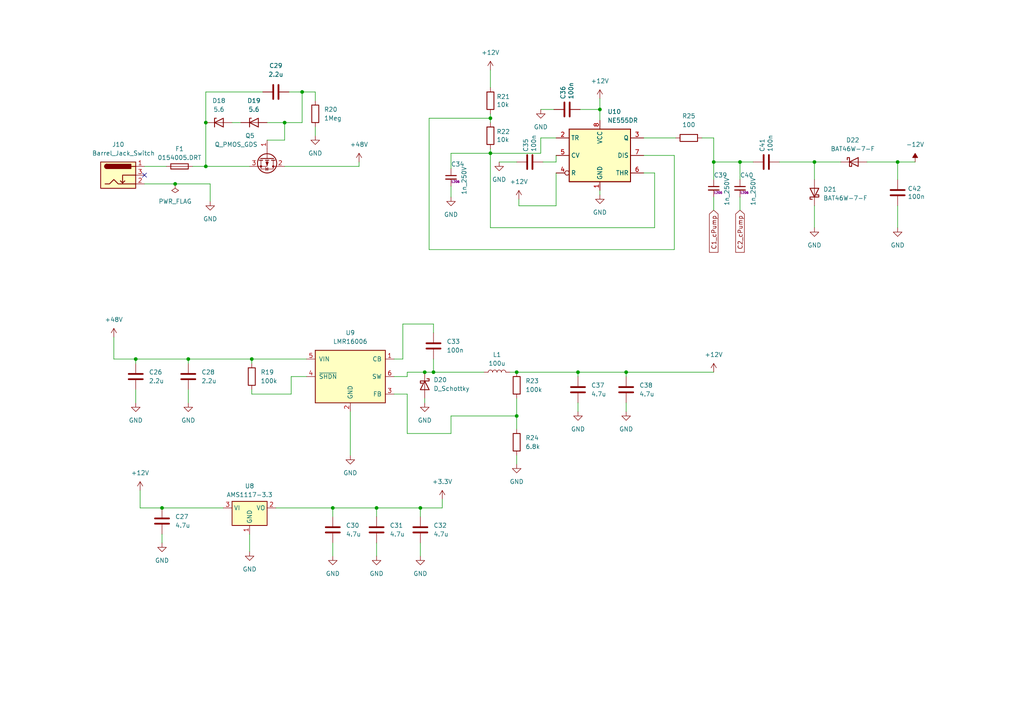
<source format=kicad_sch>
(kicad_sch (version 20231120) (generator "eeschema") (generator_version "8.0")
  (paper "A4")
  (lib_symbols
    (symbol "Connector:Barrel_Jack_Switch" (pin_names hide)
      (property "Reference" "J" (at 0 5.334 0))
      (property "Value" "Barrel_Jack_Switch" (at 0 -5.08 0))
      (symbol "Barrel_Jack_Switch_0_1"
        (rectangle (start -5.08 3.81) (end 5.08 -3.81) (stroke (width 0.254)) (fill (type background)))
        (arc (start -3.302 3.175) (mid -3.9343 2.54) (end -3.302 1.905) (stroke (width 0.254)))
        (arc (start -3.302 3.175) (mid -3.9343 2.54) (end -3.302 1.905) (stroke (width 0.254)) (fill (type outline)))
        (polyline (pts (xy 1.27 -2.286) (xy 1.905 -1.651)) (stroke (width 0.254)))
        (polyline (pts (xy 5.08 2.54) (xy 3.81 2.54)) (stroke (width 0.254)))
        (polyline (pts (xy 5.08 0) (xy 1.27 0) (xy 1.27 -2.286) (xy 0.635 -1.651)) (stroke (width 0.254)))
        (polyline (pts (xy -3.81 -2.54) (xy -2.54 -2.54) (xy -1.27 -1.27) (xy 0 -2.54) (xy 2.54 -2.54) (xy 5.08 -2.54)) (stroke (width 0.254)))
        (rectangle (start 3.683 3.175) (end -3.302 1.905) (stroke (width 0.254)) (fill (type outline)))
      )
      (symbol "Barrel_Jack_Switch_1_1"
        (pin passive line (at 7.62 2.54 180) (length 2.54) (name "~") (number "1"))
        (pin passive line (at 7.62 -2.54 180) (length 2.54) (name "~") (number "2"))
        (pin passive line (at 7.62 0 180) (length 2.54) (name "~") (number "3"))
      )
    )
    (symbol "DCI_BDCC01:1n_250V_C915351" (pin_numbers hide) (pin_names (offset 0.254) hide)
      (property "Reference" "C" (at 0.254 1.778 0))
      (property "Value" "1n_250V" (at 0.254 -2.032 0))
      (property "Size" "1206" (at 1.27 -1.27 0))
      (symbol "1n_250V_C915351_0_1"
        (polyline (pts (xy -1.524 -0.508) (xy 1.524 -0.508)) (stroke (width 0.3302)))
        (polyline (pts (xy -1.524 0.508) (xy 1.524 0.508)) (stroke (width 0.3048)))
      )
      (symbol "1n_250V_C915351_1_1"
        (pin passive line (at 0 2.54 270) (length 2.032) (name "~") (number "1"))
        (pin passive line (at 0 -2.54 90) (length 2.032) (name "~") (number "2"))
      )
    )
    (symbol "Device:C" (pin_numbers hide) (pin_names (offset 0.254))
      (property "Reference" "C" (at 0.635 2.54 0))
      (property "Value" "C" (at 0.635 -2.54 0))
      (symbol "C_0_1"
        (polyline (pts (xy -2.032 -0.762) (xy 2.032 -0.762)) (stroke (width 0.508)))
        (polyline (pts (xy -2.032 0.762) (xy 2.032 0.762)) (stroke (width 0.508)))
      )
      (symbol "C_1_1"
        (pin passive line (at 0 3.81 270) (length 2.794) (name "~") (number "1"))
        (pin passive line (at 0 -3.81 90) (length 2.794) (name "~") (number "2"))
      )
    )
    (symbol "Device:D_Schottky" (pin_numbers hide) (pin_names (offset 1.016) hide)
      (property "Reference" "D" (at 0 2.54 0))
      (property "Value" "D_Schottky" (at 0 -2.54 0))
      (symbol "D_Schottky_0_1"
        (polyline (pts (xy 1.27 0) (xy -1.27 0)))
        (polyline (pts (xy 1.27 1.27) (xy 1.27 -1.27) (xy -1.27 0) (xy 1.27 1.27)) (stroke (width 0.254)))
        (polyline (pts (xy -1.905 0.635) (xy -1.905 1.27) (xy -1.27 1.27) (xy -1.27 -1.27) (xy -0.635 -1.27) (xy -0.635 -0.635)) (stroke (width 0.254)))
      )
      (symbol "D_Schottky_1_1"
        (pin passive line (at -3.81 0 0) (length 2.54) (name "K") (number "1"))
        (pin passive line (at 3.81 0 180) (length 2.54) (name "A") (number "2"))
      )
    )
    (symbol "Device:D_Zener" (pin_numbers hide) (pin_names (offset 1.016) hide)
      (property "Reference" "D" (at 0 2.54 0))
      (property "Value" "D_Zener" (at 0 -2.54 0))
      (symbol "D_Zener_0_1"
        (polyline (pts (xy 1.27 0) (xy -1.27 0)))
        (polyline (pts (xy -1.27 -1.27) (xy -1.27 1.27) (xy -0.762 1.27)) (stroke (width 0.254)))
        (polyline (pts (xy 1.27 -1.27) (xy 1.27 1.27) (xy -1.27 0) (xy 1.27 -1.27)) (stroke (width 0.254)))
      )
      (symbol "D_Zener_1_1"
        (pin passive line (at -3.81 0 0) (length 2.54) (name "K") (number "1"))
        (pin passive line (at 3.81 0 180) (length 2.54) (name "A") (number "2"))
      )
    )
    (symbol "Device:Fuse" (pin_numbers hide) (pin_names (offset 0))
      (property "Reference" "F" (at 2.032 0 90))
      (property "Value" "Fuse" (at -1.905 0 90))
      (symbol "Fuse_0_1"
        (rectangle (start -0.762 -2.54) (end 0.762 2.54) (stroke (width 0.254)))
        (polyline (pts (xy 0 2.54) (xy 0 -2.54)))
      )
      (symbol "Fuse_1_1"
        (pin passive line (at 0 3.81 270) (length 1.27) (name "~") (number "1"))
        (pin passive line (at 0 -3.81 90) (length 1.27) (name "~") (number "2"))
      )
    )
    (symbol "Device:L" (pin_numbers hide) (pin_names (offset 1.016) hide)
      (property "Reference" "L" (at -1.27 0 90))
      (property "Value" "L" (at 1.905 0 90))
      (symbol "L_0_1"
        (arc (start 0 -2.54) (mid 0.6323 -1.905) (end 0 -1.27))
        (arc (start 0 -1.27) (mid 0.6323 -0.635) (end 0 0))
        (arc (start 0 0) (mid 0.6323 0.635) (end 0 1.27))
        (arc (start 0 1.27) (mid 0.6323 1.905) (end 0 2.54))
      )
      (symbol "L_1_1"
        (pin passive line (at 0 3.81 270) (length 1.27) (name "1") (number "1"))
        (pin passive line (at 0 -3.81 90) (length 1.27) (name "2") (number "2"))
      )
    )
    (symbol "Device:Q_PMOS_GDS" (pin_names (offset 0) hide)
      (property "Reference" "Q" (at 5.08 1.27 0))
      (property "Value" "Q_PMOS_GDS" (at 5.08 -1.27 0))
      (symbol "Q_PMOS_GDS_0_1"
        (polyline (pts (xy 0.254 0) (xy -2.54 0)))
        (polyline (pts (xy 0.254 1.905) (xy 0.254 -1.905)) (stroke (width 0.254)))
        (polyline (pts (xy 0.762 -1.27) (xy 0.762 -2.286)) (stroke (width 0.254)))
        (polyline (pts (xy 0.762 0.508) (xy 0.762 -0.508)) (stroke (width 0.254)))
        (polyline (pts (xy 0.762 2.286) (xy 0.762 1.27)) (stroke (width 0.254)))
        (polyline (pts (xy 2.54 2.54) (xy 2.54 1.778)))
        (polyline (pts (xy 2.54 -2.54) (xy 2.54 0) (xy 0.762 0)))
        (polyline (pts (xy 0.762 1.778) (xy 3.302 1.778) (xy 3.302 -1.778) (xy 0.762 -1.778)))
        (polyline (pts (xy 2.286 0) (xy 1.27 0.381) (xy 1.27 -0.381) (xy 2.286 0)) (fill (type outline)))
        (polyline (pts (xy 2.794 -0.508) (xy 2.921 -0.381) (xy 3.683 -0.381) (xy 3.81 -0.254)))
        (polyline (pts (xy 3.302 -0.381) (xy 2.921 0.254) (xy 3.683 0.254) (xy 3.302 -0.381)))
        (circle (center 1.651 0) (radius 2.794) (stroke (width 0.254)))
        (circle (center 2.54 -1.778) (radius 0.254) (fill (type outline)))
        (circle (center 2.54 1.778) (radius 0.254) (fill (type outline)))
      )
      (symbol "Q_PMOS_GDS_1_1"
        (pin input line (at -5.08 0 0) (length 2.54) (name "G") (number "1"))
        (pin passive line (at 2.54 5.08 270) (length 2.54) (name "D") (number "2"))
        (pin passive line (at 2.54 -5.08 90) (length 2.54) (name "S") (number "3"))
      )
    )
    (symbol "Device:R" (pin_numbers hide) (pin_names (offset 0))
      (property "Reference" "R" (at 2.032 0 90))
      (property "Value" "R" (at 0 0 90))
      (symbol "R_0_1"
        (rectangle (start -1.016 -2.54) (end 1.016 2.54) (stroke (width 0.254)))
      )
      (symbol "R_1_1"
        (pin passive line (at 0 3.81 270) (length 1.27) (name "~") (number "1"))
        (pin passive line (at 0 -3.81 90) (length 1.27) (name "~") (number "2"))
      )
    )
    (symbol "Regulator_Linear:AMS1117-3.3"
      (property "Reference" "U" (at -3.81 3.175 0))
      (property "Value" "AMS1117-3.3" (at 0 3.175 0))
      (symbol "AMS1117-3.3_0_1"
        (rectangle (start -5.08 -5.08) (end 5.08 1.905) (stroke (width 0.254)) (fill (type background)))
      )
      (symbol "AMS1117-3.3_1_1"
        (pin power_in line (at 0 -7.62 90) (length 2.54) (name "GND") (number "1"))
        (pin power_out line (at 7.62 0 180) (length 2.54) (name "VO") (number "2"))
        (pin power_in line (at -7.62 0 0) (length 2.54) (name "VI") (number "3"))
      )
    )
    (symbol "Regulator_Switching:LMR16006YQ" (pin_names (offset 1.016))
      (property "Reference" "U" (at -10.16 11.43 0))
      (property "Value" "LMR16006YQ" (at -10.16 8.89 0))
      (symbol "LMR16006YQ_0_1"
        (rectangle (start -10.16 7.62) (end 10.16 -7.62) (stroke (width 0.254)) (fill (type background)))
      )
      (symbol "LMR16006YQ_1_1"
        (pin input line (at 12.7 5.08 180) (length 2.54) (name "CB") (number "1"))
        (pin power_in line (at 0 -10.16 90) (length 2.54) (name "GND") (number "2"))
        (pin input line (at 12.7 -5.08 180) (length 2.54) (name "FB") (number "3"))
        (pin input line (at -12.7 0 0) (length 2.54) (name "~{SHDN}") (number "4"))
        (pin power_in line (at -12.7 5.08 0) (length 2.54) (name "VIN") (number "5"))
        (pin output line (at 12.7 0 180) (length 2.54) (name "SW") (number "6"))
      )
    )
    (symbol "Timer:NE555D"
      (property "Reference" "U" (at -10.16 8.89 0))
      (property "Value" "NE555D" (at 2.54 8.89 0))
      (symbol "NE555D_0_0"
        (pin power_in line (at 0 -10.16 90) (length 2.54) (name "GND") (number "1"))
        (pin power_in line (at 0 10.16 270) (length 2.54) (name "VCC") (number "8"))
      )
      (symbol "NE555D_0_1"
        (rectangle (start -8.89 -7.62) (end 8.89 7.62) (stroke (width 0.254)) (fill (type background)))
        (rectangle (start -8.89 -7.62) (end 8.89 7.62) (stroke (width 0.254)) (fill (type background)))
      )
      (symbol "NE555D_1_1"
        (pin input line (at -12.7 5.08 0) (length 3.81) (name "TR") (number "2"))
        (pin output line (at 12.7 5.08 180) (length 3.81) (name "Q") (number "3"))
        (pin input inverted (at -12.7 -5.08 0) (length 3.81) (name "R") (number "4"))
        (pin input line (at -12.7 0 0) (length 3.81) (name "CV") (number "5"))
        (pin input line (at 12.7 -5.08 180) (length 3.81) (name "THR") (number "6"))
        (pin input line (at 12.7 0 180) (length 3.81) (name "DIS") (number "7"))
      )
    )
    (symbol "power:+12V" (power) (pin_names (offset 0))
      (property "Value" "+12V" (at 0 3.556 0))
      (symbol "+12V_0_1"
        (polyline (pts (xy -0.762 1.27) (xy 0 2.54)))
        (polyline (pts (xy 0 0) (xy 0 2.54)))
        (polyline (pts (xy 0 2.54) (xy 0.762 1.27)))
      )
      (symbol "+12V_1_1"
        (pin power_in line (at 0 0 90) (length 0) hide (name "+12V") (number "1"))
      )
    )
    (symbol "power:+3.3V" (power) (pin_names (offset 0))
      (property "Value" "+3.3V" (at 0 3.556 0))
      (symbol "+3.3V_0_1"
        (polyline (pts (xy -0.762 1.27) (xy 0 2.54)))
        (polyline (pts (xy 0 0) (xy 0 2.54)))
        (polyline (pts (xy 0 2.54) (xy 0.762 1.27)))
      )
      (symbol "+3.3V_1_1"
        (pin power_in line (at 0 0 90) (length 0) hide (name "+3.3V") (number "1"))
      )
    )
    (symbol "power:+48V" (power) (pin_names (offset 0))
      (property "Value" "+48V" (at 0 3.556 0))
      (symbol "+48V_0_1"
        (polyline (pts (xy -0.762 1.27) (xy 0 2.54)))
        (polyline (pts (xy 0 0) (xy 0 2.54)))
        (polyline (pts (xy 0 2.54) (xy 0.762 1.27)))
      )
      (symbol "+48V_1_1"
        (pin power_in line (at 0 0 90) (length 0) hide (name "+48V") (number "1"))
      )
    )
    (symbol "power:-12V" (power) (pin_names (offset 0))
      (property "Value" "-12V" (at 0 3.81 0))
      (symbol "-12V_0_0"
        (pin power_in line (at 0 0 90) (length 0) hide (name "-12V") (number "1"))
      )
      (symbol "-12V_0_1"
        (polyline (pts (xy 0 0) (xy 0 1.27) (xy 0.762 1.27) (xy 0 2.54) (xy -0.762 1.27) (xy 0 1.27)) (fill (type outline)))
      )
    )
    (symbol "power:GND" (power) (pin_names (offset 0))
      (property "Value" "GND" (at 0 -3.81 0))
      (symbol "GND_0_1"
        (polyline (pts (xy 0 0) (xy 0 -1.27) (xy 1.27 -1.27) (xy 0 -2.54) (xy -1.27 -1.27) (xy 0 -1.27)))
      )
      (symbol "GND_1_1"
        (pin power_in line (at 0 0 270) (length 0) hide (name "GND") (number "1"))
      )
    )
    (symbol "power:PWR_FLAG" (power) (pin_numbers hide) (pin_names (offset 0) hide)
      (property "Value" "PWR_FLAG" (at 0 3.81 0))
      (symbol "PWR_FLAG_0_0"
        (pin power_out line (at 0 0 90) (length 0) (name "pwr") (number "1"))
      )
      (symbol "PWR_FLAG_0_1"
        (polyline (pts (xy 0 0) (xy 0 1.27) (xy -1.016 1.905) (xy 0 2.54) (xy 1.016 1.905) (xy 0 1.27)))
      )
    )
  )
  (junction (at 207.01 46.99))
  (junction (at 59.69 35.56))
  (junction (at 121.92 147.32))
  (junction (at 149.86 120.65))
  (junction (at 260.35 46.99))
  (junction (at 125.73 107.95))
  (junction (at 142.24 34.29))
  (junction (at 50.8 53.34))
  (junction (at 173.99 31.75))
  (junction (at 87.63 26.67))
  (junction (at 123.19 107.95))
  (junction (at 214.63 46.99))
  (junction (at 46.99 147.32))
  (junction (at 39.37 104.14))
  (junction (at 82.55 35.56))
  (junction (at 149.86 107.95))
  (junction (at 167.64 107.95))
  (junction (at 142.24 44.45))
  (junction (at 96.52 147.32))
  (junction (at 54.61 104.14))
  (junction (at 236.22 46.99))
  (junction (at 109.22 147.32))
  (junction (at 73.025 104.14))
  (junction (at 59.69 48.26))
  (junction (at 181.61 107.95))
  (no_connect (at 41.91 50.8))
  (wire (pts (xy 181.61 116.84) (xy 181.61 119.38)))
  (wire (pts (xy 77.47 40.64) (xy 82.55 40.64)))
  (wire (pts (xy 101.6 119.38) (xy 101.6 132.08)))
  (wire (pts (xy 125.73 107.95) (xy 140.335 107.95)))
  (wire (pts (xy 130.81 120.65) (xy 149.86 120.65)))
  (wire (pts (xy 260.35 59.69) (xy 260.35 66.04)))
  (wire (pts (xy 80.01 147.32) (xy 96.52 147.32)))
  (wire (pts (xy 109.22 147.32) (xy 109.22 149.86)))
  (wire (pts (xy 59.69 48.26) (xy 72.39 48.26)))
  (wire (pts (xy 39.37 113.03) (xy 39.37 116.84)))
  (wire (pts (xy 96.52 147.32) (xy 96.52 149.86)))
  (wire (pts (xy 54.61 104.14) (xy 39.37 104.14)))
  (wire (pts (xy 104.14 46.99) (xy 104.14 48.26)))
  (wire (pts (xy 173.99 31.75) (xy 173.99 34.925)))
  (wire (pts (xy 109.22 157.48) (xy 109.22 161.29)))
  (wire (pts (xy 186.69 40.005) (xy 195.9764 40.005)))
  (wire (pts (xy 236.22 46.99) (xy 236.22 52.07)))
  (wire (pts (xy 88.9 104.14) (xy 73.025 104.14)))
  (wire (pts (xy 142.24 34.29) (xy 142.24 35.56)))
  (wire (pts (xy 59.69 35.56) (xy 59.69 48.26)))
  (wire (pts (xy 186.69 45.085) (xy 195.58 45.085)))
  (wire (pts (xy 67.31 35.56) (xy 69.85 35.56)))
  (wire (pts (xy 41.91 53.34) (xy 50.8 53.34)))
  (wire (pts (xy 109.22 147.32) (xy 121.92 147.32)))
  (wire (pts (xy 142.24 44.45) (xy 130.81 44.45)))
  (wire (pts (xy 130.81 125.73) (xy 130.81 120.65)))
  (wire (pts (xy 189.865 50.165) (xy 189.865 66.04)))
  (wire (pts (xy 214.63 57.15) (xy 214.63 60.96)))
  (wire (pts (xy 207.01 46.99) (xy 214.63 46.99)))
  (wire (pts (xy 114.3 114.3) (xy 118.11 114.3)))
  (wire (pts (xy 50.8 53.34) (xy 60.96 53.34)))
  (wire (pts (xy 195.58 45.085) (xy 195.58 72.39)))
  (wire (pts (xy 203.5964 40.005) (xy 207.01 40.005)))
  (wire (pts (xy 260.35 46.99) (xy 260.35 52.07)))
  (wire (pts (xy 186.69 50.165) (xy 189.865 50.165)))
  (wire (pts (xy 124.46 72.39) (xy 124.46 34.29)))
  (wire (pts (xy 73.025 104.14) (xy 73.025 105.41)))
  (wire (pts (xy 161.29 50.165) (xy 161.29 59.69)))
  (wire (pts (xy 96.52 157.48) (xy 96.52 161.29)))
  (wire (pts (xy 181.61 107.95) (xy 181.61 109.22)))
  (wire (pts (xy 114.3 109.22) (xy 118.11 109.22)))
  (wire (pts (xy 123.19 107.95) (xy 125.73 107.95)))
  (wire (pts (xy 118.11 125.73) (xy 130.81 125.73)))
  (wire (pts (xy 130.81 44.45) (xy 130.81 48.895)))
  (wire (pts (xy 121.92 147.32) (xy 121.92 149.86)))
  (wire (pts (xy 73.025 113.03) (xy 73.025 114.3)))
  (wire (pts (xy 149.86 115.57) (xy 149.86 120.65)))
  (wire (pts (xy 161.29 59.69) (xy 150.495 59.69)))
  (wire (pts (xy 96.52 147.32) (xy 109.22 147.32)))
  (wire (pts (xy 260.35 46.99) (xy 251.46 46.99)))
  (wire (pts (xy 87.63 35.56) (xy 82.55 35.56)))
  (wire (pts (xy 33.02 104.14) (xy 39.37 104.14)))
  (wire (pts (xy 142.24 33.02) (xy 142.24 34.29)))
  (wire (pts (xy 142.24 66.04) (xy 142.24 44.45)))
  (wire (pts (xy 181.61 107.95) (xy 207.01 107.95)))
  (wire (pts (xy 195.58 72.39) (xy 124.46 72.39)))
  (wire (pts (xy 72.39 154.94) (xy 72.39 160.02)))
  (wire (pts (xy 121.92 147.32) (xy 128.27 147.32)))
  (wire (pts (xy 125.73 93.98) (xy 125.73 96.52)))
  (wire (pts (xy 46.99 147.32) (xy 40.64 147.32)))
  (wire (pts (xy 91.44 26.67) (xy 87.63 26.67)))
  (wire (pts (xy 33.02 97.79) (xy 33.02 104.14)))
  (wire (pts (xy 156.845 44.45) (xy 142.24 44.45)))
  (wire (pts (xy 149.86 132.08) (xy 149.86 134.62)))
  (wire (pts (xy 60.96 53.34) (xy 60.96 58.42)))
  (wire (pts (xy 128.27 144.78) (xy 128.27 147.32)))
  (wire (pts (xy 236.22 59.69) (xy 236.22 66.04)))
  (wire (pts (xy 91.44 36.83) (xy 91.44 39.37)))
  (wire (pts (xy 73.025 104.14) (xy 54.61 104.14)))
  (wire (pts (xy 149.86 120.65) (xy 149.86 124.46)))
  (wire (pts (xy 260.35 46.99) (xy 265.43 46.99)))
  (wire (pts (xy 55.88 48.26) (xy 59.69 48.26)))
  (wire (pts (xy 73.025 114.3) (xy 84.455 114.3)))
  (wire (pts (xy 207.01 57.15) (xy 207.01 60.96)))
  (wire (pts (xy 167.64 107.95) (xy 167.64 109.22)))
  (wire (pts (xy 91.44 29.21) (xy 91.44 26.67)))
  (wire (pts (xy 116.84 104.14) (xy 116.84 93.98)))
  (wire (pts (xy 149.86 107.95) (xy 167.64 107.95)))
  (wire (pts (xy 59.69 26.67) (xy 59.69 35.56)))
  (wire (pts (xy 142.24 43.18) (xy 142.24 44.45)))
  (wire (pts (xy 39.37 104.14) (xy 39.37 105.41)))
  (wire (pts (xy 82.55 48.26) (xy 104.14 48.26)))
  (wire (pts (xy 161.29 40.005) (xy 156.845 40.005)))
  (wire (pts (xy 54.61 104.14) (xy 54.61 105.41)))
  (wire (pts (xy 87.63 26.67) (xy 83.82 26.67)))
  (wire (pts (xy 130.81 53.975) (xy 130.81 57.15)))
  (wire (pts (xy 214.63 46.99) (xy 218.44 46.99)))
  (wire (pts (xy 142.24 20.32) (xy 142.24 25.4)))
  (wire (pts (xy 214.63 46.99) (xy 214.63 52.07)))
  (wire (pts (xy 114.3 104.14) (xy 116.84 104.14)))
  (wire (pts (xy 82.55 40.64) (xy 82.55 35.56)))
  (wire (pts (xy 84.455 109.22) (xy 88.9 109.22)))
  (wire (pts (xy 124.46 34.29) (xy 142.24 34.29)))
  (wire (pts (xy 156.845 40.005) (xy 156.845 44.45)))
  (wire (pts (xy 189.865 66.04) (xy 142.24 66.04)))
  (wire (pts (xy 226.06 46.99) (xy 236.22 46.99)))
  (wire (pts (xy 84.455 114.3) (xy 84.455 109.22)))
  (wire (pts (xy 121.92 157.48) (xy 121.92 161.29)))
  (wire (pts (xy 40.64 147.32) (xy 40.64 142.24)))
  (wire (pts (xy 118.11 109.22) (xy 118.11 107.95)))
  (wire (pts (xy 236.22 46.99) (xy 243.84 46.99)))
  (wire (pts (xy 118.11 114.3) (xy 118.11 125.73)))
  (wire (pts (xy 167.64 107.95) (xy 181.61 107.95)))
  (wire (pts (xy 173.99 55.245) (xy 173.99 56.515)))
  (wire (pts (xy 41.91 48.26) (xy 48.26 48.26)))
  (wire (pts (xy 156.845 31.75) (xy 160.655 31.75)))
  (wire (pts (xy 144.78 46.99) (xy 149.86 46.99)))
  (wire (pts (xy 76.2 26.67) (xy 59.69 26.67)))
  (wire (pts (xy 64.77 147.32) (xy 46.99 147.32)))
  (wire (pts (xy 147.955 107.95) (xy 149.86 107.95)))
  (wire (pts (xy 161.29 46.99) (xy 157.48 46.99)))
  (wire (pts (xy 87.63 26.67) (xy 87.63 35.56)))
  (wire (pts (xy 207.01 40.005) (xy 207.01 46.99)))
  (wire (pts (xy 207.01 46.99) (xy 207.01 52.07)))
  (wire (pts (xy 168.275 31.75) (xy 173.99 31.75)))
  (wire (pts (xy 161.29 45.085) (xy 161.29 46.99)))
  (wire (pts (xy 54.61 113.03) (xy 54.61 116.84)))
  (wire (pts (xy 173.99 28.575) (xy 173.99 31.75)))
  (wire (pts (xy 118.11 107.95) (xy 123.19 107.95)))
  (wire (pts (xy 46.99 154.94) (xy 46.99 157.48)))
  (wire (pts (xy 167.64 116.84) (xy 167.64 119.38)))
  (wire (pts (xy 77.47 35.56) (xy 82.55 35.56)))
  (wire (pts (xy 116.84 93.98) (xy 125.73 93.98)))
  (wire (pts (xy 123.19 115.57) (xy 123.19 116.84)))
  (wire (pts (xy 125.73 104.14) (xy 125.73 107.95)))
  (wire (pts (xy 150.495 59.69) (xy 150.495 57.785)))
  (global_label "C2_cPump" (shape input) (at 214.63 60.96 270) (property "Intersheetrefs" "${INTERSHEET_REFS}" (effects (hide yes))))
  (global_label "C1_cPump" (shape input) (at 207.01 60.96 270) (property "Intersheetrefs" "${INTERSHEET_REFS}" (effects (hide yes))))
  (symbol (lib_id "power:GND") (at 121.92 161.29 0) (unit 1)
    (property "Reference" "#PWR059" (effects (hide yes)))
    (property "Value" "GND" (at 121.92 166.37 0))
  )
  (symbol (lib_id "Device:C") (at 260.35 55.88 0) (unit 1)
    (property "Reference" "C42" (at 263.271 54.7116 0) (effects (justify left)))
    (property "Value" "100n" (at 263.271 57.023 0) (effects (justify left)))
    (property "Footprint" "Capacitor_SMD:C_0402_1005Metric" (effects (hide yes)))
    (property "Field4" "C307331" (effects (hide yes)))
    (property "Field5" "C307331" (effects (hide yes)))
  )
  (symbol (lib_id "Device:R") (at 149.86 128.27 0) (unit 1)
    (property "Reference" "R24" (at 152.4 127 0) (effects (justify left)))
    (property "Value" "6.8k" (at 152.4 129.54 0) (effects (justify left)))
    (property "Footprint" "Resistor_SMD:R_0603_1608Metric" (effects (hide yes)))
    (property "Field4" "C23212" (effects (hide yes)))
    (property "Field5" "C23212" (effects (hide yes)))
  )
  (symbol (lib_id "power:GND") (at 236.22 66.04 0) (unit 1)
    (property "Reference" "#PWR073" (effects (hide yes)))
    (property "Value" "GND" (at 236.22 71.12 0))
  )
  (symbol (lib_id "power:GND") (at 130.81 57.15 0) (unit 1)
    (property "Reference" "#PWR062" (effects (hide yes)))
    (property "Value" "GND" (at 130.81 62.23 0))
  )
  (symbol (lib_id "Device:D_Zener") (at 63.5 35.56 0) (unit 1)
    (property "Reference" "D18" (at 63.5 29.21 0))
    (property "Value" "5.6" (at 63.5 31.75 0))
    (property "Footprint" "Diode_SMD:D_MiniMELF" (effects (hide yes)))
    (property "Field4" "C2982194" (effects (hide yes)))
    (property "Field5" "C2982194" (effects (hide yes)))
  )
  (symbol (lib_id "Device:C") (at 54.61 109.22 0) (unit 1)
    (property "Reference" "C28" (at 58.42 107.95 0) (effects (justify left)))
    (property "Value" "2.2u" (at 58.42 110.49 0) (effects (justify left)))
    (property "Footprint" "Capacitor_SMD:C_1206_3216Metric" (effects (hide yes)))
    (property "Field4" "C577211" (effects (hide yes)))
    (property "Field5" "C577211" (effects (hide yes)))
  )
  (symbol (lib_id "Device:D_Zener") (at 73.66 35.56 0) (unit 1)
    (property "Reference" "D19" (at 73.66 29.21 0))
    (property "Value" "5.6" (at 73.66 31.75 0))
    (property "Footprint" "Diode_SMD:D_MiniMELF" (effects (hide yes)))
    (property "Field4" "C2982194" (effects (hide yes)))
    (property "Field5" "C2982194" (effects (hide yes)))
  )
  (symbol (lib_id "power:GND") (at 181.61 119.38 0) (unit 1)
    (property "Reference" "#PWR071" (effects (hide yes)))
    (property "Value" "GND" (at 181.61 124.46 0))
  )
  (symbol (lib_id "power:GND") (at 149.86 134.62 0) (unit 1)
    (property "Reference" "#PWR065" (effects (hide yes)))
    (property "Value" "GND" (at 149.86 139.7 0))
  )
  (symbol (lib_id "power:GND") (at 96.52 161.29 0) (unit 1)
    (property "Reference" "#PWR055" (effects (hide yes)))
    (property "Value" "GND" (at 96.52 166.37 0))
  )
  (symbol (lib_id "Device:D_Schottky") (at 236.22 55.88 90) (unit 1)
    (property "Reference" "D21" (at 238.76 54.9275 90) (effects (justify right)))
    (property "Value" "BAT46W-7-F" (at 238.76 57.4675 90) (effects (justify right)))
    (property "Footprint" "Diode_SMD:D_SOD-123" (effects (hide yes)))
    (property "Field4" "C83152" (effects (hide yes)))
    (property "Field5" "C83152" (effects (hide yes)))
  )
  (symbol (lib_id "Device:C") (at 46.99 151.13 0) (unit 1)
    (property "Reference" "C27" (at 50.8 149.86 0) (effects (justify left)))
    (property "Value" "4.7u" (at 50.8 152.4 0) (effects (justify left)))
    (property "Footprint" "Capacitor_SMD:C_1206_3216Metric" (effects (hide yes)))
    (property "Field4" "C29823" (effects (hide yes)))
    (property "Field5" "C29823" (effects (hide yes)))
  )
  (symbol (lib_id "power:+3.3V") (at 128.27 144.78 0) (unit 1)
    (property "Reference" "#PWR061" (effects (hide yes)))
    (property "Value" "+3.3V" (at 128.27 139.7 0))
  )
  (symbol (lib_id "Regulator_Switching:LMR16006YQ") (at 101.6 109.22 0) (unit 1)
    (property "Reference" "U9" (at 101.6 96.52 0))
    (property "Value" "LMR16006" (at 101.6 99.06 0))
    (property "Footprint" "Package_TO_SOT_SMD:SOT-23-6" (effects (hide yes)))
    (property "Datasheet" "http://www.ti.com/lit/ds/symlink/lmr16006y-q1.pdf" (effects (hide yes)))
    (property "Field4" "C87080" (effects (hide yes)))
    (property "Field5" "C87080" (effects (hide yes)))
  )
  (symbol (lib_id "DCI_BDCC01:1n_250V_C915351") (at 214.63 54.61 0) (unit 1)
    (property "Reference" "C40" (at 214.63 50.8 0) (effects (justify left)))
    (property "Value" "1n_250V" (at 218.44 59.69 90) (effects (justify left)))
    (property "Footprint" "Capacitor_SMD:C_1206_3216Metric" (effects (hide yes)))
    (property "Datasheet" "https://datasheet.lcsc.com/lcsc/2011041535_Walsin-Tech-Corp-1206B102K251CT_C915351.pdf" (effects (hide yes)))
    (property "MOC" "1206B102K251CT, C915351" (effects (hide yes)))
    (property "Supplier" "JLCPCB" (effects (hide yes)))
    (property "Size" "1206" (at 214.63 55.88 0) (effects (font (size 0.635 0.635)) (justify left)))
    (property "Field5" "C915351" (effects (hide yes)))
    (instances (project "OpenPEMF" (path "" (reference "C40") (unit 1))) (project "DCI_BDCC01" (path "" (reference "C36") (unit 1))))
  )
  (symbol (lib_id "Device:C") (at 222.25 46.99 90) (unit 1)
    (property "Reference" "C41" (at 221.0816 44.069 0) (effects (justify left)))
    (property "Value" "100n" (at 223.393 44.069 0) (effects (justify left)))
    (property "Footprint" "Capacitor_SMD:C_0402_1005Metric" (effects (hide yes)))
    (property "Field4" "C307331" (effects (hide yes)))
    (property "Field5" "C307331" (effects (hide yes)))
  )
  (symbol (lib_id "Device:C") (at 153.67 46.99 90) (unit 1)
    (property "Reference" "C35" (at 152.5016 44.069 0) (effects (justify left)))
    (property "Value" "100n" (at 154.813 44.069 0) (effects (justify left)))
    (property "Footprint" "Capacitor_SMD:C_0402_1005Metric" (effects (hide yes)))
    (property "Field4" "C307331" (effects (hide yes)))
    (property "Field5" "C307331" (effects (hide yes)))
  )
  (symbol (lib_id "Device:C") (at 80.01 26.67 90) (unit 1)
    (property "Reference" "C29" (at 80.01 19.05 90))
    (property "Value" "2.2u" (at 80.01 21.59 90))
    (property "Footprint" "Capacitor_SMD:C_1206_3216Metric" (effects (hide yes)))
    (property "Field4" "C577211" (effects (hide yes)))
    (property "Field5" "C577211" (effects (hide yes)))
  )
  (symbol (lib_id "Device:C") (at 167.64 113.03 0) (unit 1)
    (property "Reference" "C37" (at 171.45 111.76 0) (effects (justify left)))
    (property "Value" "4.7u" (at 171.45 114.3 0) (effects (justify left)))
    (property "Footprint" "Capacitor_SMD:C_1206_3216Metric" (effects (hide yes)))
    (property "Field4" "C29823" (effects (hide yes)))
    (property "Field5" "C29823" (effects (hide yes)))
  )
  (symbol (lib_id "DCI_BDCC01:1n_250V_C915351") (at 207.01 54.61 0) (unit 1)
    (property "Reference" "C39" (at 207.01 50.8 0) (effects (justify left)))
    (property "Value" "1n_250V" (at 210.82 59.69 90) (effects (justify left)))
    (property "Footprint" "Capacitor_SMD:C_1206_3216Metric" (effects (hide yes)))
    (property "Datasheet" "https://datasheet.lcsc.com/lcsc/2011041535_Walsin-Tech-Corp-1206B102K251CT_C915351.pdf" (effects (hide yes)))
    (property "MOC" "1206B102K251CT, C915351" (effects (hide yes)))
    (property "Supplier" "JLCPCB" (effects (hide yes)))
    (property "Size" "1206" (at 207.01 55.88 0) (effects (font (size 0.635 0.635)) (justify left)))
    (property "Field5" "C915351" (effects (hide yes)))
    (instances (project "OpenPEMF" (path "" (reference "C39") (unit 1))) (project "DCI_BDCC01" (path "" (reference "C36") (unit 1))))
  )
  (symbol (lib_id "power:GND") (at 54.61 116.84 0) (unit 1)
    (property "Reference" "#PWR051" (effects (hide yes)))
    (property "Value" "GND" (at 54.61 121.92 0))
  )
  (symbol (lib_id "Device:R") (at 149.86 111.76 0) (unit 1)
    (property "Reference" "R23" (at 152.4 110.49 0) (effects (justify left)))
    (property "Value" "100k" (at 152.4 113.03 0) (effects (justify left)))
    (property "Footprint" "Capacitor_SMD:C_0603_1608Metric" (effects (hide yes)))
    (property "Field4" "C25803" (effects (hide yes)))
    (property "Field5" "C25803" (effects (hide yes)))
  )
  (symbol (lib_id "Device:R") (at 91.44 33.02 0) (unit 1)
    (property "Reference" "R20" (at 93.98 31.75 0) (effects (justify left)))
    (property "Value" "1Meg" (at 93.98 34.29 0) (effects (justify left)))
    (property "Footprint" "Capacitor_SMD:C_0603_1608Metric" (effects (hide yes)))
    (property "Field4" "C22935" (effects (hide yes)))
    (property "Field5" "C22935" (effects (hide yes)))
  )
  (symbol (lib_id "power:GND") (at 123.19 116.84 0) (unit 1)
    (property "Reference" "#PWR060" (effects (hide yes)))
    (property "Value" "GND" (at 123.19 121.92 0))
  )
  (symbol (lib_id "Device:L") (at 144.145 107.95 90) (unit 1)
    (property "Reference" "L1" (at 144.145 102.87 90))
    (property "Value" "100u" (at 144.145 105.41 90))
    (property "Footprint" "Inductor_SMD:L_Coilcraft_XAL6060-XXX" (effects (hide yes)))
    (property "Field4" "C341070" (effects (hide yes)))
    (property "Field5" "C341070" (effects (hide yes)))
  )
  (symbol (lib_id "Device:C") (at 181.61 113.03 0) (unit 1)
    (property "Reference" "C38" (at 185.42 111.76 0) (effects (justify left)))
    (property "Value" "4.7u" (at 185.42 114.3 0) (effects (justify left)))
    (property "Footprint" "Capacitor_SMD:C_1206_3216Metric" (effects (hide yes)))
    (property "Field4" "C29823" (effects (hide yes)))
    (property "Field5" "C29823" (effects (hide yes)))
  )
  (symbol (lib_id "power:+12V") (at 40.64 142.24 0) (unit 1)
    (property "Reference" "#PWR049" (effects (hide yes)))
    (property "Value" "+12V" (at 40.64 137.16 0))
  )
  (symbol (lib_id "power:+12V") (at 207.01 107.95 0) (unit 1)
    (property "Reference" "#PWR072" (effects (hide yes)))
    (property "Value" "+12V" (at 207.01 102.87 0))
  )
  (symbol (lib_id "power:-12V") (at 265.43 46.99 0) (unit 1)
    (property "Reference" "#PWR075" (effects (hide yes)))
    (property "Value" "-12V" (at 265.43 41.91 0))
  )
  (symbol (lib_id "Device:C") (at 125.73 100.33 0) (unit 1)
    (property "Reference" "C33" (at 129.54 99.06 0) (effects (justify left)))
    (property "Value" "100n" (at 129.54 101.6 0) (effects (justify left)))
    (property "Footprint" "Capacitor_SMD:C_0805_2012Metric" (effects (hide yes)))
    (property "Field4" "C28233" (effects (hide yes)))
    (property "Field5" "C28233" (effects (hide yes)))
  )
  (symbol (lib_id "power:+48V") (at 104.14 46.99 0) (unit 1)
    (property "Reference" "#PWR057" (effects (hide yes)))
    (property "Value" "+48V" (at 104.14 41.91 0))
  )
  (symbol (lib_id "Device:R") (at 142.24 39.37 180) (unit 1)
    (property "Reference" "R22" (at 144.018 38.2016 0) (effects (justify right)))
    (property "Value" "10k" (at 144.018 40.513 0) (effects (justify right)))
    (property "Footprint" "Resistor_SMD:R_0603_1608Metric" (effects (hide yes)))
    (property "Field4" "C25804" (effects (hide yes)))
    (property "Field5" "C25804" (effects (hide yes)))
  )
  (symbol (lib_id "Device:D_Schottky") (at 247.65 46.99 0) (unit 1)
    (property "Reference" "D22" (at 247.3325 40.64 0))
    (property "Value" "BAT46W-7-F" (at 247.3325 43.18 0))
    (property "Footprint" "Diode_SMD:D_SOD-123" (effects (hide yes)))
    (property "Field4" "C83152" (effects (hide yes)))
    (property "Field5" "C83152" (effects (hide yes)))
  )
  (symbol (lib_id "power:GND") (at 167.64 119.38 0) (unit 1)
    (property "Reference" "#PWR068" (effects (hide yes)))
    (property "Value" "GND" (at 167.64 124.46 0))
  )
  (symbol (lib_id "Device:C") (at 164.465 31.75 90) (unit 1)
    (property "Reference" "C36" (at 163.2966 28.829 0) (effects (justify left)))
    (property "Value" "100n" (at 165.608 28.829 0) (effects (justify left)))
    (property "Footprint" "Capacitor_SMD:C_0402_1005Metric" (effects (hide yes)))
    (property "Field4" "C307331" (effects (hide yes)))
    (property "Field5" "C307331" (effects (hide yes)))
  )
  (symbol (lib_id "power:PWR_FLAG") (at 50.8 53.34 180) (unit 1)
    (property "Reference" "#FLG01" (effects (hide yes)))
    (property "Value" "PWR_FLAG" (at 50.8 58.42 0))
  )
  (symbol (lib_id "power:GND") (at 39.37 116.84 0) (unit 1)
    (property "Reference" "#PWR048" (effects (hide yes)))
    (property "Value" "GND" (at 39.37 121.92 0))
  )
  (symbol (lib_id "Connector:Barrel_Jack_Switch") (at 34.29 50.8 0) (unit 1)
    (property "Reference" "J10" (at 34.29 41.91 0))
    (property "Value" "Barrel_Jack_Switch" (at 35.814 44.45 0))
    (property "Footprint" "OpenPEMFfp:C319099" (effects (hide yes)))
    (property "Field4" "C720558" (effects (hide yes)))
    (property "Field5" "C720558" (effects (hide yes)))
  )
  (symbol (lib_id "Timer:NE555D") (at 173.99 45.085 0) (unit 1)
    (property "Reference" "U10" (at 176.1841 32.385 0) (effects (justify left)))
    (property "Value" "NE555DR" (at 176.1841 34.925 0) (effects (justify left)))
    (property "Footprint" "Package_SO:SOIC-8_3.9x4.9mm_P1.27mm" (effects (hide yes)))
    (property "Datasheet" "http://www.ti.com/lit/ds/symlink/ne555.pdf" (effects (hide yes)))
    (property "Field4" "C7593" (effects (hide yes)))
    (property "Field5" "C7593" (effects (hide yes)))
  )
  (symbol (lib_id "Device:C") (at 96.52 153.67 0) (unit 1)
    (property "Reference" "C30" (at 100.33 152.4 0) (effects (justify left)))
    (property "Value" "4.7u" (at 100.33 154.94 0) (effects (justify left)))
    (property "Footprint" "Capacitor_SMD:C_1206_3216Metric" (effects (hide yes)))
    (property "Field4" "C29823" (effects (hide yes)))
    (property "Field5" "C29823" (effects (hide yes)))
  )
  (symbol (lib_id "Device:C") (at 121.92 153.67 0) (unit 1)
    (property "Reference" "C32" (at 125.73 152.4 0) (effects (justify left)))
    (property "Value" "4.7u" (at 125.73 154.94 0) (effects (justify left)))
    (property "Footprint" "Capacitor_SMD:C_1206_3216Metric" (effects (hide yes)))
    (property "Field4" "C29823" (effects (hide yes)))
    (property "Field5" "C29823" (effects (hide yes)))
  )
  (symbol (lib_id "Device:Q_PMOS_GDS") (at 77.47 45.72 270) (unit 1)
    (property "Reference" "Q5" (at 71.12 39.37 90) (effects (justify left)))
    (property "Value" "Q_PMOS_GDS" (at 62.23 41.91 90) (effects (justify left)))
    (property "Footprint" "Package_TO_SOT_SMD:TO-252-2" (effects (hide yes)))
    (property "Field4" "C2585" (effects (hide yes)))
    (property "Field5" "C2585" (effects (hide yes)))
  )
  (symbol (lib_id "power:GND") (at 260.35 66.04 0) (unit 1)
    (property "Reference" "#PWR074" (effects (hide yes)))
    (property "Value" "GND" (at 260.35 71.12 0))
  )
  (symbol (lib_id "Device:R") (at 73.025 109.22 0) (unit 1)
    (property "Reference" "R19" (at 75.565 107.95 0) (effects (justify left)))
    (property "Value" "100k" (at 75.565 110.49 0) (effects (justify left)))
    (property "Footprint" "Capacitor_SMD:C_0603_1608Metric" (effects (hide yes)))
    (property "Field4" "C25803" (effects (hide yes)))
    (property "Field5" "C25803" (effects (hide yes)))
  )
  (symbol (lib_id "power:GND") (at 144.78 46.99 0) (unit 1)
    (property "Reference" "#PWR064" (effects (hide yes)))
    (property "Value" "GND" (at 144.78 52.07 0))
  )
  (symbol (lib_id "power:GND") (at 109.22 161.29 0) (unit 1)
    (property "Reference" "#PWR058" (effects (hide yes)))
    (property "Value" "GND" (at 109.22 166.37 0))
  )
  (symbol (lib_id "Device:R") (at 199.7864 40.005 90) (unit 1)
    (property "Reference" "R25" (at 199.7864 33.655 90))
    (property "Value" "100" (at 199.7864 36.195 90))
    (property "Footprint" "Resistor_SMD:R_0402_1005Metric" (effects (hide yes)))
    (property "Field4" "C25076" (effects (hide yes)))
    (property "Field5" "C25076" (effects (hide yes)))
  )
  (symbol (lib_id "power:GND") (at 101.6 132.08 0) (unit 1)
    (property "Reference" "#PWR056" (effects (hide yes)))
    (property "Value" "GND" (at 101.6 137.16 0))
  )
  (symbol (lib_id "power:GND") (at 156.845 31.75 0) (unit 1)
    (property "Reference" "#PWR067" (effects (hide yes)))
    (property "Value" "GND" (at 156.845 36.83 0))
  )
  (symbol (lib_id "power:GND") (at 46.99 157.48 0) (unit 1)
    (property "Reference" "#PWR050" (effects (hide yes)))
    (property "Value" "GND" (at 46.99 162.56 0))
  )
  (symbol (lib_id "Regulator_Linear:AMS1117-3.3") (at 72.39 147.32 0) (unit 1)
    (property "Reference" "U8" (at 72.39 140.97 0))
    (property "Value" "AMS1117-3.3" (at 72.39 143.51 0))
    (property "Footprint" "Package_TO_SOT_SMD:SOT-223-3_TabPin2" (effects (hide yes)))
    (property "Datasheet" "http://www.advanced-monolithic.com/pdf/ds1117.pdf" (effects (hide yes)))
    (property "Field4" "C6186" (effects (hide yes)))
    (property "Field5" "C6186" (effects (hide yes)))
  )
  (symbol (lib_id "Device:Fuse") (at 52.07 48.26 90) (unit 1)
    (property "Reference" "F1" (at 52.07 43.18 90))
    (property "Value" "0154005.DRT" (at 52.07 45.72 90))
    (property "Footprint" "Fuse:Fuseholder_Littelfuse_Nano2_154x" (effects (hide yes)))
    (property "Field4" "C206917" (effects (hide yes)))
    (property "Field5" "C206917" (effects (hide yes)))
  )
  (symbol (lib_id "power:GND") (at 72.39 160.02 0) (unit 1)
    (property "Reference" "#PWR053" (effects (hide yes)))
    (property "Value" "GND" (at 72.39 165.1 0))
  )
  (symbol (lib_id "power:+48V") (at 33.02 97.79 0) (unit 1)
    (property "Reference" "#PWR047" (effects (hide yes)))
    (property "Value" "+48V" (at 33.02 92.71 0))
  )
  (symbol (lib_id "power:GND") (at 173.99 56.515 0) (unit 1)
    (property "Reference" "#PWR070" (effects (hide yes)))
    (property "Value" "GND" (at 173.99 61.595 0))
  )
  (symbol (lib_id "DCI_BDCC01:1n_250V_C915351") (at 130.81 51.435 0) (unit 1)
    (property "Reference" "C34" (at 130.81 47.625 0) (effects (justify left)))
    (property "Value" "1n_250V" (at 134.62 56.515 90) (effects (justify left)))
    (property "Footprint" "Capacitor_SMD:C_1206_3216Metric" (effects (hide yes)))
    (property "Datasheet" "https://datasheet.lcsc.com/lcsc/2011041535_Walsin-Tech-Corp-1206B102K251CT_C915351.pdf" (effects (hide yes)))
    (property "MOC" "1206B102K251CT, C915351" (effects (hide yes)))
    (property "Supplier" "JLCPCB" (effects (hide yes)))
    (property "Size" "1206" (at 130.81 52.705 0) (effects (font (size 0.635 0.635)) (justify left)))
    (property "Field5" "C915351" (effects (hide yes)))
    (instances (project "OpenPEMF" (path "" (reference "C34") (unit 1))) (project "DCI_BDCC01" (path "" (reference "C36") (unit 1))))
  )
  (symbol (lib_id "power:+12V") (at 142.24 20.32 0) (unit 1)
    (property "Reference" "#PWR063" (effects (hide yes)))
    (property "Value" "+12V" (at 142.24 15.24 0))
  )
  (symbol (lib_id "power:+12V") (at 150.495 57.785 0) (unit 1)
    (property "Reference" "#PWR066" (effects (hide yes)))
    (property "Value" "+12V" (at 150.495 52.705 0))
  )
  (symbol (lib_id "Device:C") (at 109.22 153.67 0) (unit 1)
    (property "Reference" "C31" (at 113.03 152.4 0) (effects (justify left)))
    (property "Value" "4.7u" (at 113.03 154.94 0) (effects (justify left)))
    (property "Footprint" "Capacitor_SMD:C_1206_3216Metric" (effects (hide yes)))
    (property "Field4" "C29823" (effects (hide yes)))
    (property "Field5" "C29823" (effects (hide yes)))
  )
  (symbol (lib_id "power:GND") (at 91.44 39.37 0) (unit 1)
    (property "Reference" "#PWR054" (effects (hide yes)))
    (property "Value" "GND" (at 91.44 44.45 0))
  )
  (symbol (lib_id "Device:C") (at 39.37 109.22 0) (unit 1)
    (property "Reference" "C26" (at 43.18 107.95 0) (effects (justify left)))
    (property "Value" "2.2u" (at 43.18 110.49 0) (effects (justify left)))
    (property "Footprint" "Capacitor_SMD:C_1206_3216Metric" (effects (hide yes)))
    (property "Field4" "C577211" (effects (hide yes)))
    (property "Field5" "C577211" (effects (hide yes)))
  )
  (symbol (lib_id "Device:R") (at 142.24 29.21 180) (unit 1)
    (property "Reference" "R21" (at 144.018 28.0416 0) (effects (justify right)))
    (property "Value" "10k" (at 144.018 30.353 0) (effects (justify right)))
    (property "Footprint" "Resistor_SMD:R_0603_1608Metric" (effects (hide yes)))
    (property "Field4" "C25804" (effects (hide yes)))
    (property "Field5" "C25804" (effects (hide yes)))
  )
  (symbol (lib_id "power:+12V") (at 173.99 28.575 0) (unit 1)
    (property "Reference" "#PWR069" (effects (hide yes)))
    (property "Value" "+12V" (at 173.99 23.495 0))
  )
  (symbol (lib_id "Device:D_Schottky") (at 123.19 111.76 270) (unit 1)
    (property "Reference" "D20" (at 125.73 110.1725 90) (effects (justify left)))
    (property "Value" "D_Schottky" (at 125.73 112.7125 90) (effects (justify left)))
    (property "Footprint" "Diode_SMD:D_SMA" (effects (hide yes)))
    (property "Field4" "C14996" (effects (hide yes)))
    (property "Field5" "C14996" (effects (hide yes)))
  )
  (symbol (lib_id "power:GND") (at 60.96 58.42 0) (unit 1)
    (property "Reference" "#PWR052" (effects (hide yes)))
    (property "Value" "GND" (at 60.96 63.5 0))
  )
)
</source>
